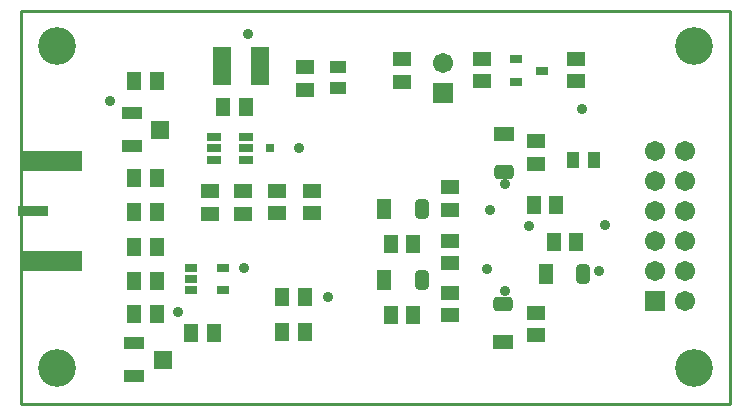
<source format=gts>
G04 Layer_Color=8388736*
%FSLAX44Y44*%
%MOMM*%
G71*
G01*
G75*
%ADD31C,0.2540*%
%ADD44R,5.1032X1.8032*%
%ADD45R,2.5532X0.9032*%
%ADD46R,1.2032X0.7532*%
%ADD47R,1.1032X0.7532*%
%ADD48R,1.6002X1.2192*%
%ADD49R,1.0532X0.8032*%
%ADD50R,1.2192X1.6002*%
%ADD51R,1.2032X1.7032*%
G04:AMPARAMS|DCode=52|XSize=1.2032mm|YSize=1.7032mm|CornerRadius=0.3516mm|HoleSize=0mm|Usage=FLASHONLY|Rotation=180.000|XOffset=0mm|YOffset=0mm|HoleType=Round|Shape=RoundedRectangle|*
%AMROUNDEDRECTD52*
21,1,1.2032,1.0000,0,0,180.0*
21,1,0.5000,1.7032,0,0,180.0*
1,1,0.7032,-0.2500,0.5000*
1,1,0.7032,0.2500,0.5000*
1,1,0.7032,0.2500,-0.5000*
1,1,0.7032,-0.2500,-0.5000*
%
%ADD52ROUNDEDRECTD52*%
%ADD53R,0.8032X0.8032*%
G04:AMPARAMS|DCode=54|XSize=0.8032mm|YSize=0.8032mm|CornerRadius=0.2516mm|HoleSize=0mm|Usage=FLASHONLY|Rotation=180.000|XOffset=0mm|YOffset=0mm|HoleType=Round|Shape=RoundedRectangle|*
%AMROUNDEDRECTD54*
21,1,0.8032,0.3000,0,0,180.0*
21,1,0.3000,0.8032,0,0,180.0*
1,1,0.5032,-0.1500,0.1500*
1,1,0.5032,0.1500,0.1500*
1,1,0.5032,0.1500,-0.1500*
1,1,0.5032,-0.1500,-0.1500*
%
%ADD54ROUNDEDRECTD54*%
%ADD55R,1.5032X3.2032*%
%ADD56R,1.4532X1.1032*%
%ADD57R,1.8032X1.1032*%
%ADD58R,1.5032X1.5032*%
%ADD59R,1.7032X1.2032*%
G04:AMPARAMS|DCode=60|XSize=1.2032mm|YSize=1.7032mm|CornerRadius=0.3516mm|HoleSize=0mm|Usage=FLASHONLY|Rotation=270.000|XOffset=0mm|YOffset=0mm|HoleType=Round|Shape=RoundedRectangle|*
%AMROUNDEDRECTD60*
21,1,1.2032,1.0000,0,0,270.0*
21,1,0.5000,1.7032,0,0,270.0*
1,1,0.7032,-0.5000,-0.2500*
1,1,0.7032,-0.5000,0.2500*
1,1,0.7032,0.5000,0.2500*
1,1,0.7032,0.5000,-0.2500*
%
%ADD60ROUNDEDRECTD60*%
%ADD61R,1.1032X1.4532*%
%ADD62C,1.7032*%
%ADD63R,1.7032X1.7032*%
%ADD64R,1.7032X1.7032*%
%ADD65C,3.2032*%
%ADD66C,0.9144*%
D31*
X350000Y447000D02*
Y779000D01*
X950000D01*
Y447000D02*
Y779000D01*
X350000Y447000D02*
X950000D01*
D44*
X375750Y652500D02*
D03*
Y567500D02*
D03*
D45*
X360000Y610000D02*
D03*
D46*
X540432Y672660D02*
D03*
Y663000D02*
D03*
X513000Y672660D02*
D03*
Y663000D02*
D03*
X540400Y653340D02*
D03*
X513000D02*
D03*
D47*
X521000Y561796D02*
D03*
X494108D02*
D03*
Y552398D02*
D03*
X521000Y543000D02*
D03*
X494108D02*
D03*
D48*
X740000Y720000D02*
D03*
Y739050D02*
D03*
X820000Y739000D02*
D03*
Y719950D02*
D03*
X672500Y738500D02*
D03*
Y719450D02*
D03*
X713000Y541000D02*
D03*
Y521950D02*
D03*
Y585000D02*
D03*
Y565950D02*
D03*
Y630050D02*
D03*
Y611000D02*
D03*
X590000Y732000D02*
D03*
Y712950D02*
D03*
X510000Y607950D02*
D03*
Y627000D02*
D03*
X567000Y627050D02*
D03*
Y608000D02*
D03*
X596000D02*
D03*
Y627050D02*
D03*
X538000Y607950D02*
D03*
Y627000D02*
D03*
X786000Y524000D02*
D03*
Y504950D02*
D03*
Y650000D02*
D03*
Y669050D02*
D03*
D49*
X790750Y729000D02*
D03*
X769250Y719500D02*
D03*
Y738500D02*
D03*
D50*
X446000Y720000D02*
D03*
X465050D02*
D03*
X682000Y522000D02*
D03*
X662950D02*
D03*
X682000Y582000D02*
D03*
X662950D02*
D03*
X520950Y698000D02*
D03*
X540000D02*
D03*
X590050Y537000D02*
D03*
X571000D02*
D03*
X590050Y508000D02*
D03*
X571000D02*
D03*
X494000Y507000D02*
D03*
X513050D02*
D03*
X465050Y523000D02*
D03*
X446000D02*
D03*
Y638000D02*
D03*
X465050D02*
D03*
X465000Y551000D02*
D03*
X445950D02*
D03*
X465000Y580000D02*
D03*
X445950D02*
D03*
X465000Y609000D02*
D03*
X445950D02*
D03*
X820000Y584000D02*
D03*
X800950D02*
D03*
X784000Y615000D02*
D03*
X803050D02*
D03*
D51*
X656940Y552000D02*
D03*
Y612000D02*
D03*
X794000Y556586D02*
D03*
D52*
X689040Y552000D02*
D03*
Y612000D02*
D03*
X826100Y556586D02*
D03*
D53*
X561000Y663000D02*
D03*
D54*
X585500D02*
D03*
D55*
X520250Y733000D02*
D03*
X552408D02*
D03*
D56*
X618000Y714000D02*
D03*
Y732000D02*
D03*
D57*
X445600Y498000D02*
D03*
Y470000D02*
D03*
X443600Y693000D02*
D03*
Y665000D02*
D03*
D58*
X469900Y484000D02*
D03*
X467900Y679000D02*
D03*
D59*
X758000Y498940D02*
D03*
X759000Y675000D02*
D03*
D60*
X758000Y531040D02*
D03*
X759000Y642900D02*
D03*
D61*
X835000Y653000D02*
D03*
X817000D02*
D03*
D62*
X912000Y660800D02*
D03*
Y635400D02*
D03*
Y610000D02*
D03*
Y584600D02*
D03*
Y559200D02*
D03*
X886600Y660800D02*
D03*
Y635400D02*
D03*
Y610000D02*
D03*
Y584600D02*
D03*
Y559200D02*
D03*
X912000Y533800D02*
D03*
X707000Y735000D02*
D03*
D63*
X886600Y533800D02*
D03*
D64*
X707000Y709600D02*
D03*
D65*
X380000Y750000D02*
D03*
Y477500D02*
D03*
X920000Y750000D02*
D03*
Y477500D02*
D03*
D66*
X744500Y561000D02*
D03*
X760000Y542750D02*
D03*
X539046Y561796D02*
D03*
X483250Y524750D02*
D03*
X425250Y703500D02*
D03*
X542250Y760250D02*
D03*
X610250Y537500D02*
D03*
X746750Y611250D02*
D03*
X759500Y632750D02*
D03*
X780250Y597500D02*
D03*
X844750Y598000D02*
D03*
X839500Y559000D02*
D03*
X825000Y696500D02*
D03*
M02*

</source>
